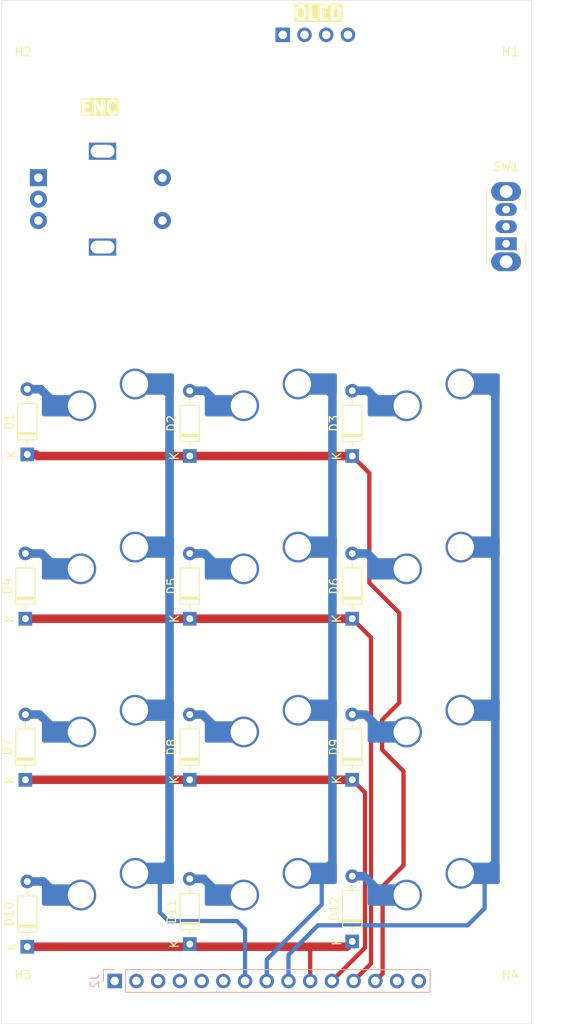
<source format=kicad_pcb>
(kicad_pcb (version 20240108) (generator "pcbnew") (generator_version "8.0")
  (layers (0 "F.Cu" signal) (31 "B.Cu" signal) (34 "B.Paste" user) (35 "F.Paste" user) (36 "B.SilkS" user "B.Silkscreen") (37 "F.SilkS" user "F.Silkscreen") (38 "B.Mask" user) (39 "F.Mask" user) (44 "Edge.Cuts" user))
  (net 0 "")
  (net 1 "ROW0")
  (net 2 "Net-(D1-A)")
  (net 3 "Net-(D2-A)")
  (net 4 "Net-(D3-A)")
  (net 5 "Net-(D5-A)")
  (net 6 "ROW1")
  (net 7 "Net-(D6-A)")
  (net 8 "Net-(D7-A)")
  (net 9 "ROW2")
  (net 10 "Net-(D9-A)")
  (net 11 "Net-(D10-A)")
  (net 12 "Net-(D11-A)")
  (net 13 "ROW3")
  (net 14 "Net-(D4-A)")
  (net 15 "Net-(D8-A)")
  (net 16 "Net-(D12-A)")
  (net 17 "COL0")
  (net 18 "COL1")
  (net 19 "COL2")
  (net 20 "ENC_SW")
  (net 21 "ENC_CLK")
  (net 22 "GND")
  (net 23 "ENC_DT")
  (net 24 "BT_SELECT")
  (net 25 "OLED_SCL")
  (net 26 "OLED_SDA")
  (net 27 "+3.3V")
  (footprint "Diode_THT:D_DO-35_SOD27_P7.62mm_Horizontal" (layer "F.Cu") (at 55.0475 110.925 90)
    (property "Reference" "D9" (at 3.81 -2.12 90) (layer "F.SilkS"))
    (property "Value" "1N4148")
    (fp_line (start 5.93 -1.12) (end 1.69 -1.12) (stroke (width 0.12)) (layer "F.SilkS"))
    (fp_line (start 2.53 -1.12) (end 2.53 1.12) (stroke (width 0.12)) (layer "F.SilkS"))
    (fp_line (start 2.41 -1.12) (end 2.41 1.12) (stroke (width 0.12)) (layer "F.SilkS"))
    (fp_line (start 2.29 -1.12) (end 2.29 1.12) (stroke (width 0.12)) (layer "F.SilkS"))
    (fp_line (start 1.69 -1.12) (end 1.69 1.12) (stroke (width 0.12)) (layer "F.SilkS"))
    (fp_line (start 6.58 0) (end 5.93 0) (stroke (width 0.12)) (layer "F.SilkS"))
    (fp_line (start 1.04 0) (end 1.69 0) (stroke (width 0.12)) (layer "F.SilkS"))
    (fp_line (start 5.93 1.12) (end 5.93 -1.12) (stroke (width 0.12)) (layer "F.SilkS"))
    (fp_line (start 1.69 1.12) (end 5.93 1.12) (stroke (width 0.12)) (layer "F.SilkS"))
    (fp_text user "K" (at 0 -1.8 90) (layer "F.SilkS"))
    (pad "1" thru_hole rect (at 0 0 90) (size 1.6 1.6) (drill 0.8) (layers "*.Cu" "*.Mask") (net 9 "ROW2"))
    (pad "2" thru_hole oval (at 7.62 0 90) (size 1.6 1.6) (drill 0.8) (layers "*.Cu" "*.Mask") (net 10 "Net-(D9-A)"))
  )
  (footprint "MountingHole:MountingHole_2.2mm_M2" (layer "F.Cu") (at 16.5475 22.425)
    (property "Reference" "H2" (at 0 3.5 0) (layer "F.SilkS"))
    (property "Value" "MountingHole" (hide yes))
    (pad "" np_thru_hole circle (at 0 0) (size 2.2 2.2) (drill 2.2) (layers "*.Cu" "*.Mask"))
  )
  (footprint "MountingHole:MountingHole_2.2mm_M2" (layer "F.Cu") (at 73.5475 22.425)
    (property "Reference" "H1" (at 0 3.5 0) (layer "F.SilkS"))
    (property "Value" "MountingHole" (hide yes))
    (pad "" np_thru_hole circle (at 0 0) (size 2.2 2.2) (drill 2.2) (layers "*.Cu" "*.Mask"))
  )
  (footprint "Diode_THT:D_DO-35_SOD27_P7.62mm_Horizontal" (layer "F.Cu") (at 36.0475 130.115 90)
    (property "Reference" "D11" (at 3.81 -2.12 90) (layer "F.SilkS"))
    (property "Value" "1N4148")
    (fp_line (start 5.93 -1.12) (end 1.69 -1.12) (stroke (width 0.12)) (layer "F.SilkS"))
    (fp_line (start 2.53 -1.12) (end 2.53 1.12) (stroke (width 0.12)) (layer "F.SilkS"))
    (fp_line (start 2.41 -1.12) (end 2.41 1.12) (stroke (width 0.12)) (layer "F.SilkS"))
    (fp_line (start 2.29 -1.12) (end 2.29 1.12) (stroke (width 0.12)) (layer "F.SilkS"))
    (fp_line (start 1.69 -1.12) (end 1.69 1.12) (stroke (width 0.12)) (layer "F.SilkS"))
    (fp_line (start 6.58 0) (end 5.93 0) (stroke (width 0.12)) (layer "F.SilkS"))
    (fp_line (start 1.04 0) (end 1.69 0) (stroke (width 0.12)) (layer "F.SilkS"))
    (fp_line (start 5.93 1.12) (end 5.93 -1.12) (stroke (width 0.12)) (layer "F.SilkS"))
    (fp_line (start 1.69 1.12) (end 5.93 1.12) (stroke (width 0.12)) (layer "F.SilkS"))
    (fp_text user "K" (at 0 -1.8 90) (layer "F.SilkS"))
    (pad "1" thru_hole rect (at 0 0 90) (size 1.6 1.6) (drill 0.8) (layers "*.Cu" "*.Mask") (net 13 "ROW3"))
    (pad "2" thru_hole oval (at 7.62 0 90) (size 1.6 1.6) (drill 0.8) (layers "*.Cu" "*.Mask") (net 12 "Net-(D11-A)"))
  )
  (footprint "Diode_THT:D_DO-35_SOD27_P7.62mm_Horizontal" (layer "F.Cu") (at 16.8225 110.925 90)
    (property "Reference" "D7" (at 3.81 -2.12 90) (layer "F.SilkS"))
    (property "Value" "1N4148")
    (fp_line (start 5.93 -1.12) (end 1.69 -1.12) (stroke (width 0.12)) (layer "F.SilkS"))
    (fp_line (start 2.53 -1.12) (end 2.53 1.12) (stroke (width 0.12)) (layer "F.SilkS"))
    (fp_line (start 2.41 -1.12) (end 2.41 1.12) (stroke (width 0.12)) (layer "F.SilkS"))
    (fp_line (start 2.29 -1.12) (end 2.29 1.12) (stroke (width 0.12)) (layer "F.SilkS"))
    (fp_line (start 1.69 -1.12) (end 1.69 1.12) (stroke (width 0.12)) (layer "F.SilkS"))
    (fp_line (start 6.58 0) (end 5.93 0) (stroke (width 0.12)) (layer "F.SilkS"))
    (fp_line (start 1.04 0) (end 1.69 0) (stroke (width 0.12)) (layer "F.SilkS"))
    (fp_line (start 5.93 1.12) (end 5.93 -1.12) (stroke (width 0.12)) (layer "F.SilkS"))
    (fp_line (start 1.69 1.12) (end 5.93 1.12) (stroke (width 0.12)) (layer "F.SilkS"))
    (fp_text user "K" (at 0 -1.8 90) (layer "F.SilkS"))
    (pad "1" thru_hole rect (at 0 0 90) (size 1.6 1.6) (drill 0.8) (layers "*.Cu" "*.Mask") (net 9 "ROW2"))
    (pad "2" thru_hole oval (at 7.62 0 90) (size 1.6 1.6) (drill 0.8) (layers "*.Cu" "*.Mask") (net 8 "Net-(D7-A)"))
  )
  (footprint "MountingHole:MountingHole_2.2mm_M2" (layer "F.Cu") (at 16.5475 136.925)
    (property "Reference" "H3" (at 0 -3.2 0) (layer "F.SilkS"))
    (property "Value" "MountingHole" (hide yes))
    (pad "" np_thru_hole circle (at 0 0) (size 2.2 2.2) (drill 2.2) (layers "*.Cu" "*.Mask"))
  )
  (footprint "ScottoKeebs_Components:OLED_128x64" (layer "F.Cu") (at 50.7375 23.925)
    (property "Reference" "J1" (hide yes))
    (property "Value" "OLED_128x64")
    (pad "1" thru_hole rect (at -3.81 0 90) (size 1.7 1.7) (drill 1) (layers "*.Cu" "*.Mask") (net 22 "GND"))
    (pad "2" thru_hole oval (at -1.27 0 90) (size 1.7 1.7) (drill 1) (layers "*.Cu" "*.Mask") (net 27 "+3.3V"))
    (pad "3" thru_hole oval (at 1.27 0 90) (size 1.7 1.7) (drill 1) (layers "*.Cu" "*.Mask") (net 25 "OLED_SCL"))
    (pad "4" thru_hole oval (at 3.81 0 90) (size 1.7 1.7) (drill 1) (layers "*.Cu" "*.Mask") (net 26 "OLED_SDA"))
  )
  (footprint "Button_Switch_THT:SW_Slide_SPDT_Angled_CK_OS102011MA1Q" (layer "F.Cu") (at 73.0475 48.325 90)
    (property "Reference" "SW1" (at 9 0 180) (layer "F.SilkS"))
    (property "Value" "SW_SPDT")
    (fp_line (start -2.3 -2.3) (end 6.3 -2.3) (stroke (width 0.12)) (layer "F.SilkS"))
    (fp_line (start 4 2.3) (end 6.3 2.3) (stroke (width 0.12)) (layer "F.SilkS"))
    (fp_line (start -2.3 2.3) (end -0.1 2.3) (stroke (width 0.12)) (layer "F.SilkS"))
    (pad "" thru_hole oval (at -2.1 0 90) (size 2.2 3.5) (drill 1.5) (layers "*.Cu" "*.Mask"))
    (pad "" thru_hole oval (at 6.1 0 90) (size 2.2 3.5) (drill 1.5) (layers "*.Cu" "*.Mask"))
    (pad "1" thru_hole rect (at 0 0 90) (size 1.5 2.5) (drill 0.9) (layers "*.Cu" "*.Mask"))
    (pad "2" thru_hole oval (at 2 0 90) (size 1.5 2.5) (drill 0.9) (layers "*.Cu" "*.Mask") (net 24 "BT_SELECT"))
    (pad "3" thru_hole oval (at 4 0 90) (size 1.5 2.5) (drill 0.9) (layers "*.Cu" "*.Mask") (net 22 "GND"))
  )
  (footprint "MountingHole:MountingHole_2.2mm_M2" (layer "F.Cu") (at 73.5475 136.925)
    (property "Reference" "H4" (at 0 -3.2 0) (layer "F.SilkS"))
    (property "Value" "MountingHole" (hide yes))
    (pad "" np_thru_hole circle (at 0 0) (size 2.2 2.2) (drill 2.2) (layers "*.Cu" "*.Mask"))
  )
  (footprint "Diode_THT:D_DO-35_SOD27_P7.62mm_Horizontal" (layer "F.Cu") (at 55.0475 129.805 90)
    (property "Reference" "D12" (at 3.81 -2.12 90) (layer "F.SilkS"))
    (property "Value" "1N4148")
    (fp_line (start 5.93 -1.12) (end 1.69 -1.12) (stroke (width 0.12)) (layer "F.SilkS"))
    (fp_line (start 2.53 -1.12) (end 2.53 1.12) (stroke (width 0.12)) (layer "F.SilkS"))
    (fp_line (start 2.41 -1.12) (end 2.41 1.12) (stroke (width 0.12)) (layer "F.SilkS"))
    (fp_line (start 2.29 -1.12) (end 2.29 1.12) (stroke (width 0.12)) (layer "F.SilkS"))
    (fp_line (start 1.69 -1.12) (end 1.69 1.12) (stroke (width 0.12)) (layer "F.SilkS"))
    (fp_line (start 6.58 0) (end 5.93 0) (stroke (width 0.12)) (layer "F.SilkS"))
    (fp_line (start 1.04 0) (end 1.69 0) (stroke (width 0.12)) (layer "F.SilkS"))
    (fp_line (start 5.93 1.12) (end 5.93 -1.12) (stroke (width 0.12)) (layer "F.SilkS"))
    (fp_line (start 1.69 1.12) (end 5.93 1.12) (stroke (width 0.12)) (layer "F.SilkS"))
    (fp_text user "K" (at 0 -1.8 90) (layer "F.SilkS"))
    (pad "1" thru_hole rect (at 0 0 90) (size 1.6 1.6) (drill 0.8) (layers "*.Cu" "*.Mask") (net 13 "ROW3"))
    (pad "2" thru_hole oval (at 7.62 0 90) (size 1.6 1.6) (drill 0.8) (layers "*.Cu" "*.Mask") (net 16 "Net-(D12-A)"))
  )
  (footprint "Diode_THT:D_DO-35_SOD27_P7.62mm_Horizontal" (layer "F.Cu") (at 36.0475 92.115 90)
    (property "Reference" "D5" (at 3.81 -2.12 90) (layer "F.SilkS"))
    (property "Value" "1N4148")
    (fp_line (start 5.93 -1.12) (end 1.69 -1.12) (stroke (width 0.12)) (layer "F.SilkS"))
    (fp_line (start 2.53 -1.12) (end 2.53 1.12) (stroke (width 0.12)) (layer "F.SilkS"))
    (fp_line (start 2.41 -1.12) (end 2.41 1.12) (stroke (width 0.12)) (layer "F.SilkS"))
    (fp_line (start 2.29 -1.12) (end 2.29 1.12) (stroke (width 0.12)) (layer "F.SilkS"))
    (fp_line (start 1.69 -1.12) (end 1.69 1.12) (stroke (width 0.12)) (layer "F.SilkS"))
    (fp_line (start 6.58 0) (end 5.93 0) (stroke (width 0.12)) (layer "F.SilkS"))
    (fp_line (start 1.04 0) (end 1.69 0) (stroke (width 0.12)) (layer "F.SilkS"))
    (fp_line (start 5.93 1.12) (end 5.93 -1.12) (stroke (width 0.12)) (layer "F.SilkS"))
    (fp_line (start 1.69 1.12) (end 5.93 1.12) (stroke (width 0.12)) (layer "F.SilkS"))
    (fp_text user "K" (at 0 -1.8 90) (layer "F.SilkS"))
    (pad "1" thru_hole rect (at 0 0 90) (size 1.6 1.6) (drill 0.8) (layers "*.Cu" "*.Mask") (net 6 "ROW1"))
    (pad "2" thru_hole oval (at 7.62 0 90) (size 1.6 1.6) (drill 0.8) (layers "*.Cu" "*.Mask") (net 5 "Net-(D5-A)"))
  )
  (footprint "Diode_THT:D_DO-35_SOD27_P7.62mm_Horizontal" (layer "F.Cu") (at 17.0475 130.425 90)
    (property "Reference" "D10" (at 3.81 -2.12 90) (layer "F.SilkS"))
    (property "Value" "1N4148")
    (fp_line (start 5.93 -1.12) (end 1.69 -1.12) (stroke (width 0.12)) (layer "F.SilkS"))
    (fp_line (start 2.53 -1.12) (end 2.53 1.12) (stroke (width 0.12)) (layer "F.SilkS"))
    (fp_line (start 2.41 -1.12) (end 2.41 1.12) (stroke (width 0.12)) (layer "F.SilkS"))
    (fp_line (start 2.29 -1.12) (end 2.29 1.12) (stroke (width 0.12)) (layer "F.SilkS"))
    (fp_line (start 1.69 -1.12) (end 1.69 1.12) (stroke (width 0.12)) (layer "F.SilkS"))
    (fp_line (start 6.58 0) (end 5.93 0) (stroke (width 0.12)) (layer "F.SilkS"))
    (fp_line (start 1.04 0) (end 1.69 0) (stroke (width 0.12)) (layer "F.SilkS"))
    (fp_line (start 5.93 1.12) (end 5.93 -1.12) (stroke (width 0.12)) (layer "F.SilkS"))
    (fp_line (start 1.69 1.12) (end 5.93 1.12) (stroke (width 0.12)) (layer "F.SilkS"))
    (fp_text user "K" (at 0 -1.8 90) (layer "F.SilkS"))
    (pad "1" thru_hole rect (at 0 0 90) (size 1.6 1.6) (drill 0.8) (layers "*.Cu" "*.Mask") (net 13 "ROW3"))
    (pad "2" thru_hole oval (at 7.62 0 90) (size 1.6 1.6) (drill 0.8) (layers "*.Cu" "*.Mask") (net 11 "Net-(D10-A)"))
  )
  (footprint "Diode_THT:D_DO-35_SOD27_P7.62mm_Horizontal" (layer "F.Cu") (at 36.0475 73.115 90)
    (property "Reference" "D2" (at 3.81 -2.12 90) (layer "F.SilkS"))
    (property "Value" "1N4148")
    (fp_line (start 5.93 -1.12) (end 1.69 -1.12) (stroke (width 0.12)) (layer "F.SilkS"))
    (fp_line (start 2.53 -1.12) (end 2.53 1.12) (stroke (width 0.12)) (layer "F.SilkS"))
    (fp_line (start 2.41 -1.12) (end 2.41 1.12) (stroke (width 0.12)) (layer "F.SilkS"))
    (fp_line (start 2.29 -1.12) (end 2.29 1.12) (stroke (width 0.12)) (layer "F.SilkS"))
    (fp_line (start 1.69 -1.12) (end 1.69 1.12) (stroke (width 0.12)) (layer "F.SilkS"))
    (fp_line (start 6.58 0) (end 5.93 0) (stroke (width 0.12)) (layer "F.SilkS"))
    (fp_line (start 1.04 0) (end 1.69 0) (stroke (width 0.12)) (layer "F.SilkS"))
    (fp_line (start 5.93 1.12) (end 5.93 -1.12) (stroke (width 0.12)) (layer "F.SilkS"))
    (fp_line (start 1.69 1.12) (end 5.93 1.12) (stroke (width 0.12)) (layer "F.SilkS"))
    (fp_text user "K" (at 0 -1.8 90) (layer "F.SilkS"))
    (pad "1" thru_hole rect (at 0 0 90) (size 1.6 1.6) (drill 0.8) (layers "*.Cu" "*.Mask") (net 1 "ROW0"))
    (pad "2" thru_hole oval (at 7.62 0 90) (size 1.6 1.6) (drill 0.8) (layers "*.Cu" "*.Mask") (net 3 "Net-(D2-A)"))
  )
  (footprint "Diode_THT:D_DO-35_SOD27_P7.62mm_Horizontal" (layer "F.Cu") (at 55.0475 73.115 90)
    (property "Reference" "D3" (at 3.81 -2.12 90) (layer "F.SilkS"))
    (property "Value" "1N4148")
    (fp_line (start 5.93 -1.12) (end 1.69 -1.12) (stroke (width 0.12)) (layer "F.SilkS"))
    (fp_line (start 2.53 -1.12) (end 2.53 1.12) (stroke (width 0.12)) (layer "F.SilkS"))
    (fp_line (start 2.41 -1.12) (end 2.41 1.12) (stroke (width 0.12)) (layer "F.SilkS"))
    (fp_line (start 2.29 -1.12) (end 2.29 1.12) (stroke (width 0.12)) (layer "F.SilkS"))
    (fp_line (start 1.69 -1.12) (end 1.69 1.12) (stroke (width 0.12)) (layer "F.SilkS"))
    (fp_line (start 6.58 0) (end 5.93 0) (stroke (width 0.12)) (layer "F.SilkS"))
    (fp_line (start 1.04 0) (end 1.69 0) (stroke (width 0.12)) (layer "F.SilkS"))
    (fp_line (start 5.93 1.12) (end 5.93 -1.12) (stroke (width 0.12)) (layer "F.SilkS"))
    (fp_line (start 1.69 1.12) (end 5.93 1.12) (stroke (width 0.12)) (layer "F.SilkS"))
    (fp_text user "K" (at 0 -1.8 90) (layer "F.SilkS"))
    (pad "1" thru_hole rect (at 0 0 90) (size 1.6 1.6) (drill 0.8) (layers "*.Cu" "*.Mask") (net 1 "ROW0"))
    (pad "2" thru_hole oval (at 7.62 0 90) (size 1.6 1.6) (drill 0.8) (layers "*.Cu" "*.Mask") (net 4 "Net-(D3-A)"))
  )
  (footprint "Diode_THT:D_DO-35_SOD27_P7.62mm_Horizontal" (layer "F.Cu") (at 16.8225 92.115 90)
    (property "Reference" "D4" (at 3.81 -2.12 90) (layer "F.SilkS"))
    (property "Value" "1N4148")
    (fp_line (start 5.93 -1.12) (end 1.69 -1.12) (stroke (width 0.12)) (layer "F.SilkS"))
    (fp_line (start 2.53 -1.12) (end 2.53 1.12) (stroke (width 0.12)) (layer "F.SilkS"))
    (fp_line (start 2.41 -1.12) (end 2.41 1.12) (stroke (width 0.12)) (layer "F.SilkS"))
    (fp_line (start 2.29 -1.12) (end 2.29 1.12) (stroke (width 0.12)) (layer "F.SilkS"))
    (fp_line (start 1.69 -1.12) (end 1.69 1.12) (stroke (width 0.12)) (layer "F.SilkS"))
    (fp_line (start 6.58 0) (end 5.93 0) (stroke (width 0.12)) (layer "F.SilkS"))
    (fp_line (start 1.04 0) (end 1.69 0) (stroke (width 0.12)) (layer "F.SilkS"))
    (fp_line (start 5.93 1.12) (end 5.93 -1.12) (stroke (width 0.12)) (layer "F.SilkS"))
    (fp_line (start 1.69 1.12) (end 5.93 1.12) (stroke (width 0.12)) (layer "F.SilkS"))
    (fp_text user "K" (at 0 -1.8 90) (layer "F.SilkS"))
    (pad "1" thru_hole rect (at 0 0 90) (size 1.6 1.6) (drill 0.8) (layers "*.Cu" "*.Mask") (net 6 "ROW1"))
    (pad "2" thru_hole oval (at 7.62 0 90) (size 1.6 1.6) (drill 0.8) (layers "*.Cu" "*.Mask") (net 14 "Net-(D4-A)"))
  )
  (footprint "Diode_THT:D_DO-35_SOD27_P7.62mm_Horizontal" (layer "F.Cu") (at 17.0475 72.925 90)
    (property "Reference" "D1" (at 3.81 -2.12 90) (layer "F.SilkS"))
    (property "Value" "1N4148")
    (fp_line (start 5.93 -1.12) (end 1.69 -1.12) (stroke (width 0.12)) (layer "F.SilkS"))
    (fp_line (start 2.53 -1.12) (end 2.53 1.12) (stroke (width 0.12)) (layer "F.SilkS"))
    (fp_line (start 2.41 -1.12) (end 2.41 1.12) (stroke (width 0.12)) (layer "F.SilkS"))
    (fp_line (start 2.29 -1.12) (end 2.29 1.12) (stroke (width 0.12)) (layer "F.SilkS"))
    (fp_line (start 1.69 -1.12) (end 1.69 1.12) (stroke (width 0.12)) (layer "F.SilkS"))
    (fp_line (start 6.58 0) (end 5.93 0) (stroke (width 0.12)) (layer "F.SilkS"))
    (fp_line (start 1.04 0) (end 1.69 0) (stroke (width 0.12)) (layer "F.SilkS"))
    (fp_line (start 5.93 1.12) (end 5.93 -1.12) (stroke (width 0.12)) (layer "F.SilkS"))
    (fp_line (start 1.69 1.12) (end 5.93 1.12) (stroke (width 0.12)) (layer "F.SilkS"))
    (fp_text user "K" (at 0 -1.8 90) (layer "F.SilkS"))
    (pad "1" thru_hole rect (at 0 0 90) (size 1.6 1.6) (drill 0.8) (layers "*.Cu" "*.Mask") (net 1 "ROW0"))
    (pad "2" thru_hole oval (at 7.62 0 90) (size 1.6 1.6) (drill 0.8) (layers "*.Cu" "*.Mask") (net 2 "Net-(D1-A)"))
  )
  (footprint "Diode_THT:D_DO-35_SOD27_P7.62mm_Horizontal" (layer "F.Cu") (at 36.0475 110.925 90)
    (property "Reference" "D8" (at 3.81 -2.12 90) (layer "F.SilkS"))
    (property "Value" "1N4148")
    (fp_line (start 5.93 -1.12) (end 1.69 -1.12) (stroke (width 0.12)) (layer "F.SilkS"))
    (fp_line (start 2.53 -1.12) (end 2.53 1.12) (stroke (width 0.12)) (layer "F.SilkS"))
    (fp_line (start 2.41 -1.12) (end 2.41 1.12) (stroke (width 0.12)) (layer "F.SilkS"))
    (fp_line (start 2.29 -1.12) (end 2.29 1.12) (stroke (width 0.12)) (layer "F.SilkS"))
    (fp_line (start 1.69 -1.12) (end 1.69 1.12) (stroke (width 0.12)) (layer "F.SilkS"))
    (fp_line (start 6.58 0) (end 5.93 0) (stroke (width 0.12)) (layer "F.SilkS"))
    (fp_line (start 1.04 0) (end 1.69 0) (stroke (width 0.12)) (layer "F.SilkS"))
    (fp_line (start 5.93 1.12) (end 5.93 -1.12) (stroke (width 0.12)) (layer "F.SilkS"))
    (fp_line (start 1.69 1.12) (end 5.93 1.12) (stroke (width 0.12)) (layer "F.SilkS"))
    (fp_text user "K" (at 0 -1.8 90) (layer "F.SilkS"))
    (pad "1" thru_hole rect (at 0 0 90) (size 1.6 1.6) (drill 0.8) (layers "*.Cu" "*.Mask") (net 9 "ROW2"))
    (pad "2" thru_hole oval (at 7.62 0 90) (size 1.6 1.6) (drill 0.8) (layers "*.Cu" "*.Mask") (net 15 "Net-(D8-A)"))
  )
  (footprint "ScottoKeebs_Scotto:Encoder_EC11_MX" (layer "F.Cu") (at 25.8475 43.1125)
    (property "Reference" "SW2" (hide yes))
    (property "Value" "RotaryEncoder_Switch" (hide yes))
    (pad "A" thru_hole rect (at -7.5 -2.5) (size 2 2) (drill 1) (layers "*.Cu" "*.Mask") (net 21 "ENC_CLK"))
    (pad "B" thru_hole circle (at -7.5 2.5) (size 2 2) (drill 1) (layers "*.Cu" "*.Mask") (net 23 "ENC_DT"))
    (pad "C" thru_hole circle (at -7.5 0) (size 2 2) (drill 1) (layers "*.Cu" "*.Mask") (net 22 "GND"))
    (pad "MP" thru_hole rect (at 0 -5.6) (size 3.2 2) (drill oval 2.8 1.5) (layers "*.Cu" "*.Mask"))
    (pad "MP" thru_hole rect (at 0 5.6) (size 3.2 2) (drill oval 2.8 1.5) (layers "*.Cu" "*.Mask"))
    (pad "S1" thru_hole circle (at 7 2.5) (size 2 2) (drill 1) (layers "*.Cu" "*.Mask") (net 22 "GND"))
    (pad "S2" thru_hole circle (at 7 -2.5) (size 2 2) (drill 1) (layers "*.Cu" "*.Mask") (net 20 "ENC_SW"))
  )
  (footprint "Diode_THT:D_DO-35_SOD27_P7.62mm_Horizontal" (layer "F.Cu") (at 55.0475 92.115 90)
    (property "Reference" "D6" (at 3.81 -2.12 90) (layer "F.SilkS"))
    (property "Value" "1N4148")
    (fp_line (start 5.93 -1.12) (end 1.69 -1.12) (stroke (width 0.12)) (layer "F.SilkS"))
    (fp_line (start 2.53 -1.12) (end 2.53 1.12) (stroke (width 0.12)) (layer "F.SilkS"))
    (fp_line (start 2.41 -1.12) (end 2.41 1.12) (stroke (width 0.12)) (layer "F.SilkS"))
    (fp_line (start 2.29 -1.12) (end 2.29 1.12) (stroke (width 0.12)) (layer "F.SilkS"))
    (fp_line (start 1.69 -1.12) (end 1.69 1.12) (stroke (width 0.12)) (layer "F.SilkS"))
    (fp_line (start 6.58 0) (end 5.93 0) (stroke (width 0.12)) (layer "F.SilkS"))
    (fp_line (start 1.04 0) (end 1.69 0) (stroke (width 0.12)) (layer "F.SilkS"))
    (fp_line (start 5.93 1.12) (end 5.93 -1.12) (stroke (width 0.12)) (layer "F.SilkS"))
    (fp_line (start 1.69 1.12) (end 5.93 1.12) (stroke (width 0.12)) (layer "F.SilkS"))
    (fp_text user "K" (at 0 -1.8 90) (layer "F.SilkS"))
    (pad "1" thru_hole rect (at 0 0 90) (size 1.6 1.6) (drill 0.8) (layers "*.Cu" "*.Mask") (net 6 "ROW1"))
    (pad "2" thru_hole oval (at 7.62 0 90) (size 1.6 1.6) (drill 0.8) (layers "*.Cu" "*.Mask") (net 7 "Net-(D6-A)"))
  )
  (footprint "Connector_PinHeader_2.54mm:PinHeader_1x15_P2.54mm_Vertical" (layer "B.Cu") (at 27.2725 134.425 -90)
    (property "Reference" "J2" (at 0 2.33 90) (layer "B.SilkS") (effects (justify mirror)))
    (property "Value" "Conn_01x15")
    (fp_line (start -1.33 1.33) (end -1.33 0) (stroke (width 0.12)) (layer "B.SilkS"))
    (fp_line (start 0 1.33) (end -1.33 1.33) (stroke (width 0.12)) (layer "B.SilkS"))
    (fp_line (start 1.33 -1.27) (end -1.33 -1.27) (stroke (width 0.12)) (layer "B.SilkS"))
    (fp_line (start -1.33 -36.89) (end -1.33 -1.27) (stroke (width 0.12)) (layer "B.SilkS"))
    (fp_line (start 1.33 -36.89) (end 1.33 -1.27) (stroke (width 0.12)) (layer "B.SilkS"))
    (fp_line (start 1.33 -36.89) (end -1.33 -36.89) (stroke (width 0.12)) (layer "B.SilkS"))
    (pad "1" thru_hole rect (at 0 0 270) (size 1.7 1.7) (drill 1) (layers "*.Cu" "*.Mask") (net 27 "+3.3V"))
    (pad "2" thru_hole oval (at 0 -2.54 270) (size 1.7 1.7) (drill 1) (layers "*.Cu" "*.Mask") (net 22 "GND"))
    (pad "3" thru_hole oval (at 0 -5.08 270) (size 1.7 1.7) (drill 1) (layers "*.Cu" "*.Mask") (net 23 "ENC_DT"))
    (pad "4" thru_hole oval (at 0 -7.62 270) (size 1.7 1.7) (drill 1) (layers "*.Cu" "*.Mask") (net 24 "BT_SELECT"))
    (pad "5" thru_hole oval (at 0 -10.16 270) (size 1.7 1.7) (drill 1) (layers "*.Cu" "*.Mask") (net 20 "ENC_SW"))
    (pad "6" thru_hole oval (at 0 -12.7 270) (size 1.7 1.7) (drill 1) (layers "*.Cu" "*.Mask") (net 21 "ENC_CLK"))
    (pad "7" thru_hole oval (at 0 -15.24 270) (size 1.7 1.7) (drill 1) (layers "*.Cu" "*.Mask") (net 17 "COL0"))
    (pad "8" thru_hole oval (at 0 -17.78 270) (size 1.7 1.7) (drill 1) (layers "*.Cu" "*.Mask") (net 18 "COL1"))
    (pad "9" thru_hole oval (at 0 -20.32 270) (size 1.7 1.7) (drill 1) (layers "*.Cu" "*.Mask") (net 19 "COL2"))
    (pad "10" thru_hole oval (at 0 -22.86 270) (size 1.7 1.7) (drill 1) (layers "*.Cu" "*.Mask") (net 13 "ROW3"))
    (pad "11" thru_hole oval (at 0 -25.4 270) (size 1.7 1.7) (drill 1) (layers "*.Cu" "*.Mask") (net 9 "ROW2"))
    (pad "12" thru_hole oval (at 0 -27.94 270) (size 1.7 1.7) (drill 1) (layers "*.Cu" "*.Mask") (net 6 "ROW1"))
    (pad "13" thru_hole oval (at 0 -30.48 270) (size 1.7 1.7) (drill 1) (layers "*.Cu" "*.Mask") (net 1 "ROW0"))
    (pad "14" thru_hole oval (at 0 -33.02 270) (size 1.7 1.7) (drill 1) (layers "*.Cu" "*.Mask") (net 26 "OLED_SDA"))
    (pad "15" thru_hole oval (at 0 -35.56 270) (size 1.7 1.7) (drill 1) (layers "*.Cu" "*.Mask") (net 25 "OLED_SCL"))
  )
  (footprint "ScottoKeebs_Scotto:MX_Hotswap_1.00u" (layer "B.Cu") (at 64.5825 65.9725 180)
    (property "Reference" "S3" (hide yes))
    (property "Value" "Keyswitch")
    (pad "" np_thru_hole circle (at -4.445 3.81) (size 1.75 1.75) (drill 1.75) (layers "F&B.Cu" "*.Mask") (clearance 0.1))
    (pad "" np_thru_hole circle (at 0.635 3.81) (size 4 4) (drill 4) (layers "*.Cu" "*.Mask"))
    (pad "" np_thru_hole circle (at 5.715 3.81) (size 1.75 1.75) (drill 1.75) (layers "*.Cu" "*.Mask"))
    (pad "1" smd roundrect (at -5.95 1.27) (size 3.55 2.5) (layers "B.Cu") (roundrect_rratio 0.1) (net 19 "COL2"))
    (pad "1" thru_hole circle (at -3.175 1.27) (size 3.6 3.6) (drill 3.05) (layers "*.Cu" "*.Mask") (net 19 "COL2"))
    (pad "2" thru_hole circle (at 3.175 -1.27) (size 3.6 3.6) (drill 3.05) (layers "*.Cu" "*.Mask") (net 4 "Net-(D3-A)"))
    (pad "2" smd roundrect (at 5.955 -1.27) (size 3.55 2.5) (layers "B.Cu") (roundrect_rratio 0.1) (net 4 "Net-(D3-A)"))
  )
  (footprint "ScottoKeebs_Scotto:MX_Hotswap_1.00u" (layer "B.Cu") (at 26.4825 123.1225 180)
    (property "Reference" "S10" (hide yes))
    (property "Value" "Keyswitch")
    (pad "" np_thru_hole circle (at -4.445 3.81) (size 1.75 1.75) (drill 1.75) (layers "F&B.Cu" "*.Mask") (clearance 0.1))
    (pad "" np_thru_hole circle (at 0.635 3.81) (size 4 4) (drill 4) (layers "*.Cu" "*.Mask"))
    (pad "" np_thru_hole circle (at 5.715 3.81) (size 1.75 1.75) (drill 1.75) (layers "*.Cu" "*.Mask"))
    (pad "1" smd roundrect (at -5.95 1.27) (size 3.55 2.5) (layers "B.Cu") (roundrect_rratio 0.1) (net 17 "COL0"))
    (pad "1" thru_hole circle (at -3.175 1.27) (size 3.6 3.6) (drill 3.05) (layers "*.Cu" "*.Mask") (net 17 "COL0"))
    (pad "2" thru_hole circle (at 3.175 -1.27) (size 3.6 3.6) (drill 3.05) (layers "*.Cu" "*.Mask") (net 11 "Net-(D10-A)"))
    (pad "2" smd roundrect (at 5.955 -1.27) (size 3.55 2.5) (layers "B.Cu") (roundrect_rratio 0.1) (net 11 "Net-(D10-A)"))
  )
  (footprint "ScottoKeebs_Scotto:MX_Hotswap_1.00u" (layer "B.Cu") (at 64.5825 123.1225 180)
    (property "Reference" "S12" (hide yes))
    (property "Value" "Keyswitch")
    (pad "" np_thru_hole circle (at -4.445 3.81) (size 1.75 1.75) (drill 1.75) (layers "F&B.Cu" "*.Mask") (clearance 0.1))
    (pad "" np_thru_hole circle (at 0.635 3.81) (size 4 4) (drill 4) (layers "*.Cu" "*.Mask"))
    (pad "" np_thru_hole circle (at 5.715 3.81) (size 1.75 1.75) (drill 1.75) (layers "*.Cu" "*.Mask"))
    (pad "1" smd roundrect (at -5.95 1.27) (size 3.55 2.5) (layers "B.Cu") (roundrect_rratio 0.1) (net 19 "COL2"))
    (pad "1" thru_hole circle (at -3.175 1.27) (size 3.6 3.6) (drill 3.05) (layers "*.Cu" "*.Mask") (net 19 "COL2"))
    (pad "2" thru_hole circle (at 3.175 -1.27) (size 3.6 3.6) (drill 3.05) (layers "*.Cu" "*.Mask") (net 16 "Net-(D12-A)"))
    (pad "2" smd roundrect (at 5.955 -1.27) (size 3.55 2.5) (layers "B.Cu") (roundrect_rratio 0.1) (net 16 "Net-(D12-A)"))
  )
  (footprint "ScottoKeebs_Scotto:MX_Hotswap_1.00u" (layer "B.Cu") (at 45.5325 123.1225 180)
    (property "Reference" "S11" (hide yes))
    (property "Value" "Keyswitch")
    (pad "" np_thru_hole circle (at -4.445 3.81) (size 1.75 1.75) (drill 1.75) (layers "F&B.Cu" "*.Mask") (clearance 0.1))
    (pad "" np_thru_hole circle (at 0.635 3.81) (size 4 4) (drill 4) (layers "*.Cu" "*.Mask"))
    (pad "" np_thru_hole circle (at 5.715 3.81) (size 1.75 1.75) (drill 1.75) (layers "*.Cu" "*.Mask"))
    (pad "1" smd roundrect (at -5.95 1.27) (size 3.55 2.5) (layers "B.Cu") (roundrect_rratio 0.1) (net 18 "COL1"))
    (pad "1" thru_hole circle (at -3.175 1.27) (size 3.6 3.6) (drill 3.05) (layers "*.Cu" "*.Mask") (net 18 "COL1"))
    (pad "2" thru_hole circle (at 3.175 -1.27) (size 3.6 3.6) (drill 3.05) (layers "*.Cu" "*.Mask") (net 12 "Net-(D11-A)"))
    (pad "2" smd roundrect (at 5.955 -1.27) (size 3.55 2.5) (layers "B.Cu") (roundrect_rratio 0.1) (net 12 "Net-(D11-A)"))
  )
  (footprint "ScottoKeebs_Scotto:MX_Hotswap_1.00u" (layer "B.Cu") (at 26.4825 65.9725 180)
    (property "Reference" "S1" (hide yes))
    (property "Value" "Keyswitch")
    (pad "" np_thru_hole circle (at -4.445 3.81) (size 1.75 1.75) (drill 1.75) (layers "F&B.Cu" "*.Mask") (clearance 0.1))
    (pad "" np_thru_hole circle (at 0.635 3.81) (size 4 4) (drill 4) (layers "*.Cu" "*.Mask"))
    (pad "" np_thru_hole circle (at 5.715 3.81) (size 1.75 1.75) (drill 1.75) (layers "*.Cu" "*.Mask"))
    (pad "1" smd roundrect (at -5.95 1.27) (size 3.55 2.5) (layers "B.Cu") (roundrect_rratio 0.1) (net 17 "COL0"))
    (pad "1" thru_hole circle (at -3.175 1.27) (size 3.6 3.6) (drill 3.05) (layers "*.Cu" "*.Mask") (net 17 "COL0"))
    (pad "2" thru_hole circle (at 3.175 -1.27) (size 3.6 3.6) (drill 3.05) (layers "*.Cu" "*.Mask") (net 2 "Net-(D1-A)"))
    (pad "2" smd roundrect (at 5.955 -1.27) (size 3.55 2.5) (layers "B.Cu") (roundrect_rratio 0.1) (net 2 "Net-(D1-A)"))
  )
  (footprint "ScottoKeebs_Scotto:MX_Hotswap_1.00u" (layer "B.Cu") (at 26.4825 104.0725 180)
    (property "Reference" "S7" (hide yes))
    (property "Value" "Keyswitch")
    (pad "" np_thru_hole circle (at -4.445 3.81) (size 1.75 1.75) (drill 1.75) (layers "F&B.Cu" "*.Mask") (clearance 0.1))
    (pad "" np_thru_hole circle (at 0.635 3.81) (size 4 4) (drill 4) (layers "*.Cu" "*.Mask"))
    (pad "" np_thru_hole circle (at 5.715 3.81) (size 1.75 1.75) (drill 1.75) (layers "*.Cu" "*.Mask"))
    (pad "1" smd roundrect (at -5.95 1.27) (size 3.55 2.5) (layers "B.Cu") (roundrect_rratio 0.1) (net 17 "COL0"))
    (pad "1" thru_hole circle (at -3.175 1.27) (size 3.6 3.6) (drill 3.05) (layers "*.Cu" "*.Mask") (net 17 "COL0"))
    (pad "2" thru_hole circle (at 3.175 -1.27) (size 3.6 3.6) (drill 3.05) (layers "*.Cu" "*.Mask") (net 8 "Net-(D7-A)"))
    (pad "2" smd roundrect (at 5.955 -1.27) (size 3.55 2.5) (layers "B.Cu") (roundrect_rratio 0.1) (net 8 "Net-(D7-A)"))
  )
  (footprint "ScottoKeebs_Scotto:MX_Hotswap_1.00u" (layer "B.Cu") (at 26.4825 85.0225 180)
    (property "Reference" "S4" (hide yes))
    (property "Value" "Keyswitch")
    (pad "" np_thru_hole circle (at -4.445 3.81) (size 1.75 1.75) (drill 1.75) (layers "F&B.Cu" "*.Mask") (clearance 0.1))
    (pad "" np_thru_hole circle (at 0.635 3.81) (size 4 4) (drill 4) (layers "*.Cu" "*.Mask"))
    (pad "" np_thru_hole circle (at 5.715 3.81) (size 1.75 1.75) (drill 1.75) (layers "*.Cu" "*.Mask"))
    (pad "1" smd roundrect (at -5.95 1.27) (size 3.55 2.5) (layers "B.Cu") (roundrect_rratio 0.1) (net 17 "COL0"))
    (pad "1" thru_hole circle (at -3.175 1.27) (size 3.6 3.6) (drill 3.05) (layers "*.Cu" "*.Mask") (net 17 "COL0"))
    (pad "2" thru_hole circle (at 3.175 -1.27) (size 3.6 3.6) (drill 3.05) (layers "*.Cu" "*.Mask") (net 14 "Net-(D4-A)"))
    (pad "2" smd roundrect (at 5.955 -1.27) (size 3.55 2.5) (layers "B.Cu") (roundrect_rratio 0.1) (net 14 "Net-(D4-A)"))
  )
  (footprint "ScottoKeebs_Scotto:MX_Hotswap_1.00u" (layer "B.Cu") (at 45.5325 65.9725 180)
    (property "Reference" "S2" (hide yes))
    (property "Value" "Keyswitch")
    (pad "" np_thru_hole circle (at -4.445 3.81) (size 1.75 1.75) (drill 1.75) (layers "F&B.Cu" "*.Mask") (clearance 0.1))
    (pad "" np_thru_hole circle (at 0.635 3.81) (size 4 4) (drill 4) (layers "*.Cu" "*.Mask"))
    (pad "" np_thru_hole circle (at 5.715 3.81) (size 1.75 1.75) (drill 1.75) (layers "*.Cu" "*.Mask"))
    (pad "1" smd roundrect (at -5.95 1.27) (size 3.55 2.5) (layers "B.Cu") (roundrect_rratio 0.1) (net 18 "COL1"))
    (pad "1" thru_hole circle (at -3.175 1.27) (size 3.6 3.6) (drill 3.05) (layers "*.Cu" "*.Mask") (net 18 "COL1"))
    (pad "2" thru_hole circle (at 3.175 -1.27) (size 3.6 3.6) (drill 3.05) (layers "*.Cu" "*.Mask") (net 3 "Net-(D2-A)"))
    (pad "2" smd roundrect (at 5.955 -1.27) (size 3.55 2.5) (layers "B.Cu") (roundrect_rratio 0.1) (net 3 "Net-(D2-A)"))
  )
  (footprint "ScottoKeebs_Scotto:MX_Hotswap_1.00u" (layer "B.Cu") (at 45.5325 85.0225 180)
    (property "Reference" "S5" (hide yes))
    (property "Value" "Keyswitch")
    (pad "" np_thru_hole circle (at -4.445 3.81) (size 1.75 1.75) (drill 1.75) (layers "F&B.Cu" "*.Mask") (clearance 0.1))
    (pad "" np_thru_hole circle (at 0.635 3.81) (size 4 4) (drill 4) (layers "*.Cu" "*.Mask"))
    (pad "" np_thru_hole circle (at 5.715 3.81) (size 1.75 1.75) (drill 1.75) (layers "*.Cu" "*.Mask"))
    (pad "1" smd roundrect (at -5.95 1.27) (size 3.55 2.5) (layers "B.Cu") (roundrect_rratio 0.1) (net 18 "COL1"))
    (pad "1" thru_hole circle (at -3.175 1.27) (size 3.6 3.6) (drill 3.05) (layers "*.Cu" "*.Mask") (net 18 "COL1"))
    (pad "2" thru_hole circle (at 3.175 -1.27) (size 3.6 3.6) (drill 3.05) (layers "*.Cu" "*.Mask") (net 5 "Net-(D5-A)"))
    (pad "2" smd roundrect (at 5.955 -1.27) (size 3.55 2.5) (layers "B.Cu") (roundrect_rratio 0.1) (net 5 "Net-(D5-A)"))
  )
  (footprint "ScottoKeebs_Scotto:MX_Hotswap_1.00u" (layer "B.Cu") (at 64.5825 104.0725 180)
    (property "Reference" "S9" (hide yes))
    (property "Value" "Keyswitch")
    (pad "" np_thru_hole circle (at -4.445 3.81) (size 1.75 1.75) (drill 1.75) (layers "F&B.Cu" "*.Mask") (clearance 0.1))
    (pad "" np_thru_hole circle (at 0.635 3.81) (size 4 4) (drill 4) (layers "*.Cu" "*.Mask"))
    (pad "" np_thru_hole circle (at 5.715 3.81) (size 1.75 1.75) (drill 1.75) (layers "*.Cu" "*.Mask"))
    (pad "1" smd roundrect (at -5.95 1.27) (size 3.55 2.5) (layers "B.Cu") (roundrect_rratio 0.1) (net 19 "COL2"))
    (pad "1" thru_hole circle (at -3.175 1.27) (size 3.6 3.6) (drill 3.05) (layers "*.Cu" "*.Mask") (net 19 "COL2"))
    (pad "2" thru_hole circle (at 3.175 -1.27) (size 3.6 3.6) (drill 3.05) (layers "*.Cu" "*.Mask") (net 10 "Net-(D9-A)"))
    (pad "2" smd roundrect (at 5.955 -1.27) (size 3.55 2.5) (layers "B.Cu") (roundrect_rratio 0.1) (net 10 "Net-(D9-A)"))
  )
  (footprint "ScottoKeebs_Scotto:MX_Hotswap_1.00u" (layer "B.Cu") (at 45.5325 104.0725 180)
    (property "Reference" "S8" (hide yes))
    (property "Value" "Keyswitch")
    (pad "" np_thru_hole circle (at -4.445 3.81) (size 1.75 1.75) (drill 1.75) (layers "F&B.Cu" "*.Mask") (clearance 0.1))
    (pad "" np_thru_hole circle (at 0.635 3.81) (size 4 4) (drill 4) (layers "*.Cu" "*.Mask"))
    (pad "" np_thru_hole circle (at 5.715 3.81) (size 1.75 1.75) (drill 1.75) (layers "*.Cu" "*.Mask"))
    (pad "1" smd roundrect (at -5.95 1.27) (size 3.55 2.5) (layers "B.Cu") (roundrect_rratio 0.1) (net 18 "COL1"))
    (pad "1" thru_hole circle (at -3.175 1.27) (size 3.6 3.6) (drill 3.05) (layers "*.Cu" "*.Mask") (net 18 "COL1"))
    (pad "2" thru_hole circle (at 3.175 -1.27) (size 3.6 3.6) (drill 3.05) (layers "*.Cu" "*.Mask") (net 15 "Net-(D8-A)"))
    (pad "2" smd roundrect (at 5.955 -1.27) (size 3.55 2.5) (layers "B.Cu") (roundrect_rratio 0.1) (net 15 "Net-(D8-A)"))
  )
  (footprint "ScottoKeebs_Scotto:MX_Hotswap_1.00u" (layer "B.Cu") (at 64.5825 85.0225 180)
    (property "Reference" "S6" (hide yes))
    (property "Value" "Keyswitch")
    (pad "" np_thru_hole circle (at -4.445 3.81) (size 1.75 1.75) (drill 1.75) (layers "F&B.Cu" "*.Mask") (clearance 0.1))
    (pad "" np_thru_hole circle (at 0.635 3.81) (size 4 4) (drill 4) (layers "*.Cu" "*.Mask"))
    (pad "" np_thru_hole circle (at 5.715 3.81) (size 1.75 1.75) (drill 1.75) (layers "*.Cu" "*.Mask"))
    (pad "1" smd roundrect (at -5.95 1.27) (size 3.55 2.5) (layers "B.Cu") (roundrect_rratio 0.1) (net 19 "COL2"))
    (pad "1" thru_hole circle (at -3.175 1.27) (size 3.6 3.6) (drill 3.05) (layers "*.Cu" "*.Mask") (net 19 "COL2"))
    (pad "2" thru_hole circle (at 3.175 -1.27) (size 3.6 3.6) (drill 3.05) (layers "*.Cu" "*.Mask") (net 7 "Net-(D6-A)"))
    (pad "2" smd roundrect (at 5.955 -1.27) (size 3.55 2.5) (layers "B.Cu") (roundrect_rratio 0.1) (net 7 "Net-(D6-A)"))
  )
  (gr_rect (start 14.0475 19.925) (end 76.0475 139.425) (stroke (width 0.05)) (fill none) (layer "Edge.Cuts"))
  (gr_text "OLED" (at 48.0475 21.425 0) (layer "F.SilkS" knockout) (effects (font (size 1.5 1.5) (thickness 0.3) (bold yes)) (justify left)))
  (gr_text "ENC" (at 23.0475 32.425 0) (layer "F.SilkS" knockout) (effects (font (size 1.5 1.5) (thickness 0.3) (bold yes)) (justify left)))
  (segment (start 61.0475 120.925) (end 61.0475 109.925) (width 0.5) (layer "F.Cu") (net 1))
  (segment (start 58.6025 123.37) (end 61.0475 120.925) (width 0.5) (layer "F.Cu") (net 1))
  (segment (start 58.5475 107.425) (end 58.5475 103.925) (width 0.5) (layer "F.Cu") (net 1))
  (segment (start 57.0475 87.925) (end 57.0475 75.115) (width 0.5) (layer "F.Cu") (net 1))
  (segment (start 18.0475 72.925) (end 18.2375 73.115) (width 1) (layer "F.Cu") (net 1))
  (segment (start 60.5475 91.425) (end 57.0475 87.925) (width 0.5) (layer "F.Cu") (net 1))
  (segment (start 60.5475 101.925) (end 60.5475 91.425) (width 0.5) (layer "F.Cu") (net 1))
  (segment (start 18.2375 73.115) (end 55.0475 73.115) (width 1) (layer "F.Cu") (net 1))
  (segment (start 57.0475 75.115) (end 55.0475 73.115) (width 0.5) (layer "F.Cu") (net 1))
  (segment (start 58.6025 133.575) (end 58.6025 123.37) (width 0.5) (layer "F.Cu") (net 1))
  (segment (start 57.7525 134.425) (end 58.6025 133.575) (width 0.5) (layer "F.Cu") (net 1))
  (segment (start 17.0475 72.925) (end 18.0475 72.925) (width 1) (layer "F.Cu") (net 1))
  (segment (start 61.0475 109.925) (end 58.5475 107.425) (width 0.5) (layer "F.Cu") (net 1))
  (segment (start 58.5475 103.925) (end 60.5475 101.925) (width 0.5) (layer "F.Cu") (net 1))
  (segment (start 18.59 65.305) (end 20.5275 67.2425) (width 1) (layer "B.Cu") (net 2))
  (segment (start 17.0475 65.305) (end 18.59 65.305) (width 1) (layer "B.Cu") (net 2))
  (segment (start 37.83 65.495) (end 39.5775 67.2425) (width 1) (layer "B.Cu") (net 3))
  (segment (start 36.0475 65.495) (end 37.83 65.495) (width 1) (layer "B.Cu") (net 3))
  (segment (start 55.0475 65.495) (end 56.88 65.495) (width 1) (layer "B.Cu") (net 4))
  (segment (start 56.88 65.495) (end 58.6275 67.2425) (width 1) (layer "B.Cu") (net 4))
  (segment (start 37.78 84.495) (end 39.5775 86.2925) (width 1) (layer "B.Cu") (net 5))
  (segment (start 36.0475 84.495) (end 37.78 84.495) (width 1) (layer "B.Cu") (net 5))
  (segment (start 55.2125 134.425) (end 57.2475 132.39) (width 0.5) (layer "F.Cu") (net 6))
  (segment (start 16.8225 92.115) (end 55.0475 92.115) (width 1) (layer "F.Cu") (net 6))
  (segment (start 57.2475 94.315) (end 55.0475 92.115) (width 0.5) (layer "F.Cu") (net 6))
  (segment (start 57.2475 132.39) (end 57.2475 94.315) (width 0.5) (layer "F.Cu") (net 6))
  (segment (start 56.83 84.495) (end 58.6275 86.2925) (width 1) (layer "B.Cu") (net 7))
  (segment (start 55.0475 84.495) (end 56.83 84.495) (width 1) (layer "B.Cu") (net 7))
  (segment (start 18.49 103.305) (end 20.5275 105.3425) (width 1) (layer "B.Cu") (net 8))
  (segment (start 16.8225 103.305) (end 18.49 103.305) (width 1) (layer "B.Cu") (net 8))
  (segment (start 56.5475 112.425) (end 55.0475 110.925) (width 0.5) (layer "F.Cu") (net 9))
  (segment (start 56.5475 130.55) (end 56.5475 112.425) (width 0.5) (layer "F.Cu") (net 9))
  (segment (start 16.8225 110.925) (end 55.0475 110.925) (width 1) (layer "F.Cu") (net 9))
  (segment (start 52.6725 134.425) (end 56.5475 130.55) (width 0.5) (layer "F.Cu") (net 9))
  (segment (start 55.0475 103.305) (end 56.59 103.305) (width 1) (layer "B.Cu") (net 10))
  (segment (start 56.59 103.305) (end 58.6275 105.3425) (width 1) (layer "B.Cu") (net 10))
  (segment (start 18.94 122.805) (end 20.5275 124.3925) (width 1) (layer "B.Cu") (net 11))
  (segment (start 17.0475 122.805) (end 18.94 122.805) (width 1) (layer "B.Cu") (net 11))
  (segment (start 37.68 122.495) (end 39.5775 124.3925) (width 1) (layer "B.Cu") (net 12))
  (segment (start 36.0475 122.495) (end 37.68 122.495) (width 1) (layer "B.Cu") (net 12))
  (segment (start 50.1325 134.425) (end 50.1325 130.51) (width 0.5) (layer "F.Cu") (net 13))
  (segment (start 50.1325 130.51) (end 50.0475 130.425) (width 0.5) (layer "F.Cu") (net 13))
  (segment (start 54.4275 130.425) (end 55.0475 129.805) (width 1) (layer "F.Cu") (net 13))
  (segment (start 50.0475 130.425) (end 54.4275 130.425) (width 1) (layer "F.Cu") (net 13))
  (segment (start 17.0475 130.425) (end 50.0475 130.425) (width 1) (layer "F.Cu") (net 13))
  (segment (start 18.73 84.495) (end 20.5275 86.2925) (width 1) (layer "B.Cu") (net 14))
  (segment (start 16.8225 84.495) (end 18.73 84.495) (width 1) (layer "B.Cu") (net 14))
  (segment (start 36.0475 103.305) (end 37.54 103.305) (width 1) (layer "B.Cu") (net 15))
  (segment (start 37.54 103.305) (end 39.5775 105.3425) (width 1) (layer "B.Cu") (net 15))
  (segment (start 55.0475 122.185) (end 56.42 122.185) (width 1) (layer "B.Cu") (net 16))
  (segment (start 56.42 122.185) (end 58.6275 124.3925) (width 1) (layer "B.Cu") (net 16))
  (segment (start 41.5475 127.425) (end 33.5475 127.425) (width 0.5) (layer "B.Cu") (net 17))
  (segment (start 42.5125 128.39) (end 41.5475 127.425) (width 0.5) (layer "B.Cu") (net 17))
  (segment (start 42.5125 134.425) (end 42.5125 128.39) (width 0.5) (layer "B.Cu") (net 17))
  (segment (start 33.6825 65.9525) (end 32.4325 64.7025) (width 1) (layer "B.Cu") (net 17))
  (segment (start 32.5475 126.425) (end 32.5475 121.9675) (width 0.5) (layer "B.Cu") (net 17))
  (segment (start 32.4325 121.8525) (end 33.6825 120.6025) (width 1) (layer "B.Cu") (net 17))
  (segment (start 33.6825 120.6025) (end 33.6825 65.9525) (width 1) (layer "B.Cu") (net 17))
  (segment (start 33.5475 127.425) (end 32.5475 126.425) (width 0.5) (layer "B.Cu") (net 17))
  (segment (start 45.0525 131.92) (end 51.4825 125.49) (width 0.5) (layer "B.Cu") (net 18))
  (segment (start 51.4825 125.49) (end 51.4825 121.8525) (width 0.5) (layer "B.Cu") (net 18))
  (segment (start 51.4825 64.7025) (end 52.7325 65.9525) (width 1) (layer "B.Cu") (net 18))
  (segment (start 45.0525 134.425) (end 45.0525 131.92) (width 0.5) (layer "B.Cu") (net 18))
  (segment (start 52.7325 120.6025) (end 51.4825 121.8525) (width 1) (layer "B.Cu") (net 18))
  (segment (start 52.7325 65.9525) (end 52.7325 120.6025) (width 1) (layer "B.Cu") (net 18))
  (segment (start 70.5325 121.8525) (end 71.7825 120.6025) (width 1) (layer "B.Cu") (net 19))
  (segment (start 71.7825 65.9525) (end 70.5325 64.7025) (width 1) (layer "B.Cu") (net 19))
  (segment (start 71.7825 120.6025) (end 71.7825 65.9525) (width 1) (layer "B.Cu") (net 19))
  (segment (start 70.5325 125.94) (end 70.5325 121.8525) (width 0.5) (layer "B.Cu") (net 19))
  (segment (start 51.0475 127.925) (end 68.5475 127.925) (width 0.5) (layer "B.Cu") (net 19))
  (segment (start 47.5925 131.38) (end 51.0475 127.925) (width 0.5) (layer "B.Cu") (net 19))
  (segment (start 47.5925 134.425) (end 47.5925 131.38) (width 0.5) (layer "B.Cu") (net 19))
  (segment (start 68.5475 127.925) (end 70.5325 125.94) (width 0.5) (layer "B.Cu") (net 19))
)
</source>
